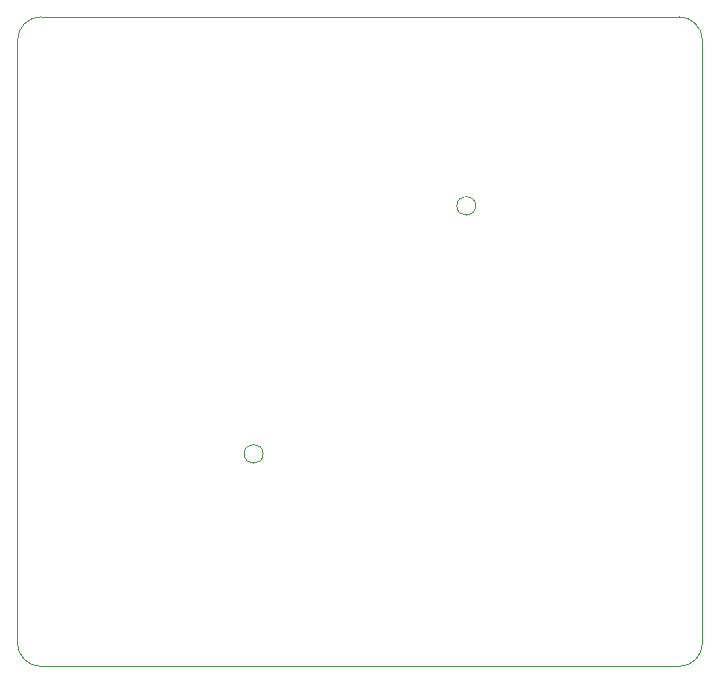
<source format=gbr>
%TF.GenerationSoftware,KiCad,Pcbnew,8.0.5*%
%TF.CreationDate,2024-11-10T21:06:56+07:00*%
%TF.ProjectId,Project_241,50726f6a-6563-4745-9f32-34312e6b6963,rev?*%
%TF.SameCoordinates,Original*%
%TF.FileFunction,Profile,NP*%
%FSLAX46Y46*%
G04 Gerber Fmt 4.6, Leading zero omitted, Abs format (unit mm)*
G04 Created by KiCad (PCBNEW 8.0.5) date 2024-11-10 21:06:56*
%MOMM*%
%LPD*%
G01*
G04 APERTURE LIST*
%TA.AperFunction,Profile*%
%ADD10C,0.050000*%
%TD*%
G04 APERTURE END LIST*
D10*
X133292600Y-131368800D02*
X187292600Y-131368800D01*
X131292600Y-78368800D02*
X131292600Y-129368800D01*
X133292600Y-131368800D02*
G75*
G02*
X131292600Y-129368800I0J2000000D01*
G01*
X189292600Y-129368800D02*
G75*
G02*
X187292600Y-131368800I-2000000J0D01*
G01*
X187292600Y-76368800D02*
G75*
G02*
X189292600Y-78368800I0J-2000000D01*
G01*
X189292600Y-129368800D02*
X189292600Y-78368800D01*
X170092600Y-92368800D02*
G75*
G02*
X168492600Y-92368800I-800000J0D01*
G01*
X168492600Y-92368800D02*
G75*
G02*
X170092600Y-92368800I800000J0D01*
G01*
X131292600Y-78368800D02*
G75*
G02*
X133292600Y-76368800I2000000J0D01*
G01*
X152092600Y-113368800D02*
G75*
G02*
X150492600Y-113368800I-800000J0D01*
G01*
X150492600Y-113368800D02*
G75*
G02*
X152092600Y-113368800I800000J0D01*
G01*
X187292600Y-76368800D02*
X133292600Y-76368800D01*
M02*

</source>
